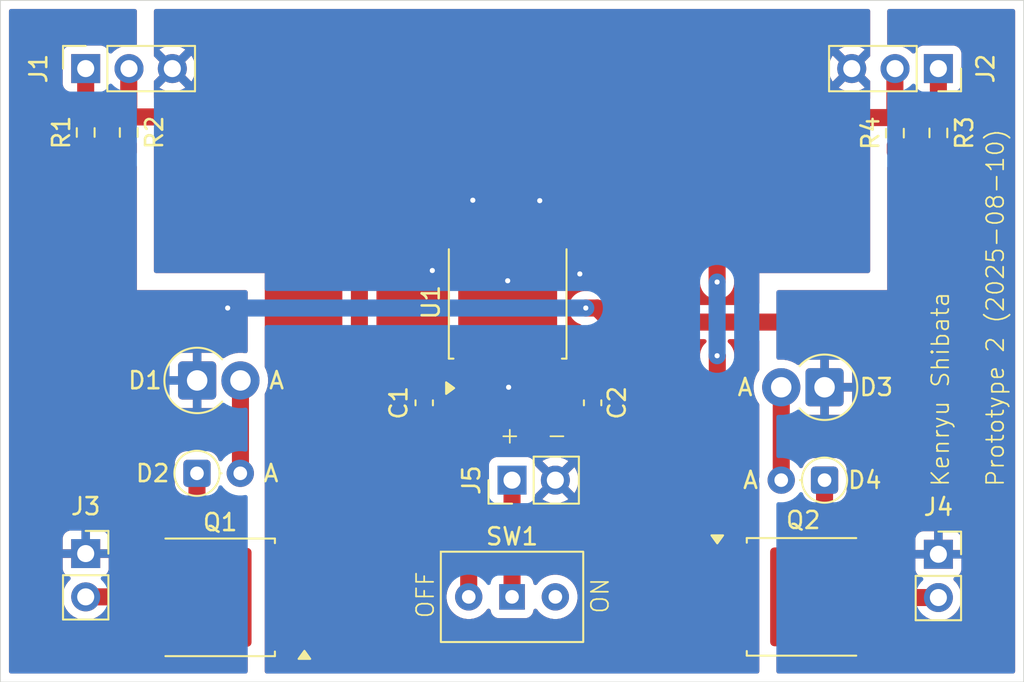
<source format=kicad_pcb>
(kicad_pcb (version 20241229) (generator "pcbnew") (generator_version "9.0")
  (layers (0 "F.Cu" signal) (2 "B.Cu" signal) (13 "F.Paste" user) (15 "B.Paste" user) (5 "F.SilkS" user "F.Silkscreen") (7 "B.SilkS" user "B.Silkscreen") (1 "F.Mask" user) (3 "B.Mask" user) (25 "Edge.Cuts" user))
  (net 0 "")
  (net 1 "Net-(D1-A)")
  (net 2 "+5V")
  (net 3 "Net-(D2-K)")
  (net 4 "Net-(J5-Pin_1)")
  (net 5 "Vin_left")
  (net 6 "Vin_right")
  (net 7 "+9V")
  (net 8 "out_left")
  (net 9 "out_right")
  (net 10 "GND")
  (net 11 "Net-(D3-A)")
  (net 12 "Net-(D4-K)")
  (footprint "Resistor_SMD:R_0603_1608Metric_Pad0.98x0.95mm_HandSolder" (layer "F.Cu") (at 5 7.75 90)
    (property "Reference" "R1" (at 0 -1.43 90) (layer "F.SilkS"))
    (property "Value" "75" (hide yes))
    (fp_line (start -0.254724 -0.5225) (end 0.254724 -0.5225) (stroke (width 0.12)) (layer "F.SilkS"))
    (fp_line (start -0.254724 0.5225) (end 0.254724 0.5225) (stroke (width 0.12)) (layer "F.SilkS"))
    (pad "1" smd roundrect (at -0.9125 0 90) (size 0.975 0.95) (layers "F.Cu" "F.Mask" "F.Paste") (net 2 "+5V"))
    (pad "2" smd roundrect (at 0.9125 0 90) (size 0.975 0.95) (layers "F.Cu" "F.Mask" "F.Paste") (net 5 "Vin_left"))
  )
  (footprint "Connector_PinSocket_2.54mm:PinSocket_1x03_P2.54mm_Vertical" (layer "F.Cu") (at 55 4 -90)
    (property "Reference" "J2" (at 0 -2.77 90) (layer "F.SilkS"))
    (property "Value" "Right")
    (fp_line (start -1.33 6.41) (end 1.33 6.41) (stroke (width 0.12)) (layer "F.SilkS"))
    (fp_line (start -1.33 1.27) (end -1.33 6.41) (stroke (width 0.12)) (layer "F.SilkS"))
    (fp_line (start -1.33 1.27) (end 1.33 1.27) (stroke (width 0.12)) (layer "F.SilkS"))
    (fp_line (start 1.33 1.27) (end 1.33 6.41) (stroke (width 0.12)) (layer "F.SilkS"))
    (fp_line (start 0 -1.33) (end 1.33 -1.33) (stroke (width 0.12)) (layer "F.SilkS"))
    (fp_line (start 1.33 -1.33) (end 1.33 0) (stroke (width 0.12)) (layer "F.SilkS"))
    (pad "1" thru_hole rect (at 0 0 270) (size 1.7 1.7) (drill 1) (layers "*.Cu" "*.Mask") (net 6 "Vin_right"))
    (pad "2" thru_hole circle (at 0 2.54 270) (size 1.7 1.7) (drill 1) (layers "*.Cu" "*.Mask") (net 9 "out_right"))
    (pad "3" thru_hole circle (at 0 5.08 270) (size 1.7 1.7) (drill 1) (layers "*.Cu" "*.Mask") (net 10 "GND"))
  )
  (footprint "Diode_THT:D_DO-35_SOD27_P2.54mm_Vertical_AnodeUp" (layer "F.Cu") (at 11.525 27.75)
    (property "Reference" "D2" (at -2.6 0 0) (layer "F.SilkS"))
    (property "Value" "D_Zener" (hide yes))
    (fp_line (start 1.326371 0) (end 1.44 0) (stroke (width 0.12)) (layer "F.SilkS"))
    (fp_circle (center 0 0) (end 1.326371 0) (stroke (width 0.12)) (fill no) (layer "F.SilkS"))
    (fp_text user "A" (at 4.34 0 0) (layer "F.SilkS"))
    (pad "1" thru_hole roundrect (at 0 0) (size 1.6 1.6) (drill 0.8) (layers "*.Cu" "*.Mask") (roundrect_rratio 0.15625) (net 3 "Net-(D2-K)"))
    (pad "2" thru_hole circle (at 2.54 0) (size 1.6 1.6) (drill 0.8) (layers "*.Cu" "*.Mask") (net 1 "Net-(D1-A)"))
  )
  (footprint "Connector_PinSocket_2.54mm:PinSocket_1x03_P2.54mm_Vertical" (layer "F.Cu") (at 5 4 90)
    (property "Reference" "J1" (at 0 -2.77 90) (layer "F.SilkS"))
    (property "Value" "Left")
    (fp_line (start 1.33 -1.33) (end 1.33 0) (stroke (width 0.12)) (layer "F.SilkS"))
    (fp_line (start 0 -1.33) (end 1.33 -1.33) (stroke (width 0.12)) (layer "F.SilkS"))
    (fp_line (start 1.33 1.27) (end 1.33 6.41) (stroke (width 0.12)) (layer "F.SilkS"))
    (fp_line (start -1.33 1.27) (end 1.33 1.27) (stroke (width 0.12)) (layer "F.SilkS"))
    (fp_line (start -1.33 1.27) (end -1.33 6.41) (stroke (width 0.12)) (layer "F.SilkS"))
    (fp_line (start -1.33 6.41) (end 1.33 6.41) (stroke (width 0.12)) (layer "F.SilkS"))
    (pad "1" thru_hole rect (at 0 0 90) (size 1.7 1.7) (drill 1) (layers "*.Cu" "*.Mask") (net 5 "Vin_left"))
    (pad "2" thru_hole circle (at 0 2.54 90) (size 1.7 1.7) (drill 1) (layers "*.Cu" "*.Mask") (net 8 "out_left"))
    (pad "3" thru_hole circle (at 0 5.08 90) (size 1.7 1.7) (drill 1) (layers "*.Cu" "*.Mask") (net 10 "GND"))
  )
  (footprint "Connector_PinHeader_2.54mm:PinHeader_1x02_P2.54mm_Vertical" (layer "F.Cu") (at 30 28.15 90)
    (property "Reference" "J5" (at 0 -2.38 90) (layer "F.SilkS"))
    (property "Value" "PWR")
    (fp_line (start -1.38 -1.38) (end 0 -1.38) (stroke (width 0.12)) (layer "F.SilkS"))
    (fp_line (start -1.38 0) (end -1.38 -1.38) (stroke (width 0.12)) (layer "F.SilkS"))
    (fp_line (start 1.38 1.27) (end 1.38 3.92) (stroke (width 0.12)) (layer "F.SilkS"))
    (fp_line (start -1.38 1.27) (end 1.38 1.27) (stroke (width 0.12)) (layer "F.SilkS"))
    (fp_line (start -1.38 1.27) (end -1.38 3.92) (stroke (width 0.12)) (layer "F.SilkS"))
    (fp_line (start -1.38 3.92) (end 1.38 3.92) (stroke (width 0.12)) (layer "F.SilkS"))
    (pad "1" thru_hole rect (at 0 0 90) (size 1.7 1.7) (drill 1) (layers "*.Cu" "*.Mask") (net 4 "Net-(J5-Pin_1)"))
    (pad "2" thru_hole circle (at 0 2.54 90) (size 1.7 1.7) (drill 1) (layers "*.Cu" "*.Mask") (net 10 "GND"))
  )
  (footprint "Connector_PinSocket_2.54mm:PinSocket_1x02_P2.54mm_Vertical" (layer "F.Cu") (at 55 32.5)
    (property "Reference" "J4" (at 0 -2.77 0) (layer "F.SilkS"))
    (property "Value" "ML")
    (fp_line (start -1.33 1.27) (end -1.33 3.87) (stroke (width 0.12)) (layer "F.SilkS"))
    (fp_line (start -1.33 1.27) (end 1.33 1.27) (stroke (width 0.12)) (layer "F.SilkS"))
    (fp_line (start -1.33 3.87) (end 1.33 3.87) (stroke (width 0.12)) (layer "F.SilkS"))
    (fp_line (start 0 -1.33) (end 1.33 -1.33) (stroke (width 0.12)) (layer "F.SilkS"))
    (fp_line (start 1.33 -1.33) (end 1.33 0) (stroke (width 0.12)) (layer "F.SilkS"))
    (fp_line (start 1.33 1.27) (end 1.33 3.87) (stroke (width 0.12)) (layer "F.SilkS"))
    (pad "1" thru_hole rect (at 0 0) (size 1.7 1.7) (drill 1) (layers "*.Cu" "*.Mask") (net 2 "+5V"))
    (pad "2" thru_hole circle (at 0 2.54) (size 1.7 1.7) (drill 1) (layers "*.Cu" "*.Mask") (net 12 "Net-(D4-K)"))
  )
  (footprint "Diode_THT:D_DO-15_P2.54mm_Vertical_AnodeUp" (layer "F.Cu") (at 11.535 22.3)
    (property "Reference" "D1" (at -3.06 0 0) (layer "F.SilkS"))
    (property "Value" "D" (hide yes))
    (fp_arc (start 1.465879 1.24) (mid -1.92 0) (end 1.465879 -1.24) (stroke (width 0.12)) (layer "F.SilkS"))
    (fp_text user "A" (at 4.66 0 0) (layer "F.SilkS"))
    (pad "1" thru_hole roundrect (at 0 0) (size 2.24 2.24) (drill 1.2) (layers "*.Cu" "*.Mask") (roundrect_rratio 0.111607) (net 2 "+5V"))
    (pad "2" thru_hole circle (at 2.54 0) (size 2.24 2.24) (drill 1.2) (layers "*.Cu" "*.Mask") (net 1 "Net-(D1-A)"))
  )
  (footprint "Library:SW_Slide-03_2MS1-T1-B4-M2-Q-E_P2.54mm" (layer "F.Cu") (at 30 35)
    (property "Reference" "SW1" (at 0 -3.54 0) (layer "F.SilkS"))
    (property "Value" "SW_SPDT" (hide yes))
    (fp_rect (start -4.175 -2.65) (end 4.175 2.65) (stroke (width 0.12)) (fill no) (layer "F.SilkS"))
    (pad "1" thru_hole rect (at 0 0) (size 1.5 1.5) (drill 0.8) (layers "*.Cu" "*.Mask") (net 4 "Net-(J5-Pin_1)"))
    (pad "2" thru_hole circle (at -2.54 0) (size 1.6 1.6) (drill 0.8) (layers "*.Cu" "*.Mask") (net 7 "+9V"))
    (pad "3" thru_hole circle (at 2.54 0) (size 1.6 1.6) (drill 0.8) (layers "*.Cu" "*.Mask"))
  )
  (footprint "Diode_THT:D_DO-15_P2.54mm_Vertical_AnodeUp" (layer "F.Cu") (at 48.325685 22.7 180)
    (property "Reference" "D3" (at -3.034315 0 0) (layer "F.SilkS"))
    (property "Value" "D" (hide yes))
    (fp_arc (start 1.465879 1.24) (mid -1.92 0) (end 1.465879 -1.24) (stroke (width 0.12)) (layer "F.SilkS"))
    (fp_text user "A" (at 4.66 0 0) (layer "F.SilkS"))
    (pad "1" thru_hole roundrect (at 0 0 180) (size 2.24 2.24) (drill 1.2) (layers "*.Cu" "*.Mask") (roundrect_rratio 0.111607) (net 2 "+5V"))
    (pad "2" thru_hole circle (at 2.54 0 180) (size 2.24 2.24) (drill 1.2) (layers "*.Cu" "*.Mask") (net 11 "Net-(D3-A)"))
  )
  (footprint "Package_TO_SOT_SMD:TO-252-2" (layer "F.Cu") (at 47.075 35)
    (property "Reference" "Q2" (at 0 -4.5 0) (layer "F.SilkS"))
    (property "Value" "MTB7D0N06RJ3" (hide yes))
    (fp_line (start -3.31 -3.45) (end -3.31 -3.18) (stroke (width 0.12)) (layer "F.SilkS"))
    (fp_line (start -3.31 3.45) (end -3.31 3.18) (stroke (width 0.12)) (layer "F.SilkS"))
    (fp_line (start 3.11 -3.45) (end -3.31 -3.45) (stroke (width 0.12)) (layer "F.SilkS"))
    (fp_line (start 3.11 3.45) (end -3.31 3.45) (stroke (width 0.12)) (layer "F.SilkS"))
    (fp_poly (pts (xy -5.04 -3.14) (xy -5.38 -3.61) (xy -4.7 -3.61)) (stroke (width 0.12)) (fill yes) (layer "F.SilkS"))
    (pad "1" smd roundrect (at -5.04 -2.28) (size 2.2 1.2) (layers "F.Cu" "F.Mask" "F.Paste") (roundrect_rratio 0.208333) (net 9 "out_right"))
    (pad "2" smd roundrect (at 1.26 0) (size 6.4 5.8) (layers "F.Cu" "F.Mask") (roundrect_rratio 0.043103) (net 12 "Net-(D4-K)"))
    (pad "3" smd roundrect (at -5.04 2.28) (size 2.2 1.2) (layers "F.Cu" "F.Mask" "F.Paste") (roundrect_rratio 0.208333) (net 10 "GND"))
  )
  (footprint "Capacitor_SMD:C_0603_1608Metric_Pad1.08x0.95mm_HandSolder" (layer "F.Cu") (at 34.725 23.6125 -90)
    (property "Reference" "C2" (at 0 -1.43 90) (layer "F.SilkS"))
    (property "Value" "0.1uF" (hide yes))
    (fp_line (start -0.146267 0.51) (end 0.146267 0.51) (stroke (width 0.12)) (layer "F.SilkS"))
    (fp_line (start -0.146267 -0.51) (end 0.146267 -0.51) (stroke (width 0.12)) (layer "F.SilkS"))
    (pad "1" smd roundrect (at -0.8625 0 270) (size 1.075 0.95) (layers "F.Cu" "F.Mask" "F.Paste") (net 2 "+5V"))
    (pad "2" smd roundrect (at 0.8625 0 270) (size 1.075 0.95) (layers "F.Cu" "F.Mask" "F.Paste") (net 10 "GND"))
  )
  (footprint "Connector_PinSocket_2.54mm:PinSocket_1x02_P2.54mm_Vertical" (layer "F.Cu") (at 5 32.46)
    (property "Reference" "J3" (at 0 -2.77 0) (layer "F.SilkS"))
    (property "Value" "MR")
    (fp_line (start -1.33 1.27) (end -1.33 3.87) (stroke (width 0.12)) (layer "F.SilkS"))
    (fp_line (start -1.33 1.27) (end 1.33 1.27) (stroke (width 0.12)) (layer "F.SilkS"))
    (fp_line (start -1.33 3.87) (end 1.33 3.87) (stroke (width 0.12)) (layer "F.SilkS"))
    (fp_line (start 0 -1.33) (end 1.33 -1.33) (stroke (width 0.12)) (layer "F.SilkS"))
    (fp_line (start 1.33 -1.33) (end 1.33 0) (stroke (width 0.12)) (layer "F.SilkS"))
    (fp_line (start 1.33 1.27) (end 1.33 3.87) (stroke (width 0.12)) (layer "F.SilkS"))
    (pad "1" thru_hole rect (at 0 0) (size 1.7 1.7) (drill 1) (layers "*.Cu" "*.Mask") (net 2 "+5V"))
    (pad "2" thru_hole circle (at 0 2.54) (size 1.7 1.7) (drill 1) (layers "*.Cu" "*.Mask") (net 3 "Net-(D2-K)"))
  )
  (footprint "Package_TO_SOT_SMD:TO-252-2" (layer "F.Cu") (at 29.745 17.71 90)
    (property "Reference" "U1" (at 0 -4.5 90) (layer "F.SilkS"))
    (property "Value" "LM78M05_TO252" (hide yes))
    (fp_line (start 3.11 -3.45) (end -3.31 -3.45) (stroke (width 0.12)) (layer "F.SilkS"))
    (fp_line (start -3.31 -3.45) (end -3.31 -3.18) (stroke (width 0.12)) (layer "F.SilkS"))
    (fp_line (start 3.11 3.45) (end -3.31 3.45) (stroke (width 0.12)) (layer "F.SilkS"))
    (fp_line (start -3.31 3.45) (end -3.31 3.18) (stroke (width 0.12)) (layer "F.SilkS"))
    (fp_poly (pts (xy -5.04 -3.14) (xy -5.38 -3.61) (xy -4.7 -3.61)) (stroke (width 0.12)) (fill yes) (layer "F.SilkS"))
    (pad "1" smd roundrect (at -5.04 -2.28 90) (size 2.2 1.2) (layers "F.Cu" "F.Mask" "F.Paste") (roundrect_rratio 0.208333) (net 7 "+9V"))
    (pad "2" smd roundrect (at 1.26 0 90) (size 6.4 5.8) (layers "F.Cu" "F.Mask") (roundrect_rratio 0.043103) (net 10 "GND"))
    (pad "3" smd roundrect (at -5.04 2.28 90) (size 2.2 1.2) (layers "F.Cu" "F.Mask" "F.Paste") (roundrect_rratio 0.208333) (net 2 "+5V"))
  )
  (footprint "Resistor_SMD:R_0603_1608Metric_Pad0.98x0.95mm_HandSolder" (layer "F.Cu") (at 55 7.775 90)
    (property "Reference" "R3" (at 0 1.525 90) (layer "F.SilkS"))
    (property "Value" "75" (hide yes))
    (fp_line (start -0.254724 -0.5225) (end 0.254724 -0.5225) (stroke (width 0.12)) (layer "F.SilkS"))
    (fp_line (start -0.254724 0.5225) (end 0.254724 0.5225) (stroke (width 0.12)) (layer "F.SilkS"))
    (pad "1" smd roundrect (at -0.9125 0 90) (size 0.975 0.95) (layers "F.Cu" "F.Mask" "F.Paste") (net 2 "+5V"))
    (pad "2" smd roundrect (at 0.9125 0 90) (size 0.975 0.95) (layers "F.Cu" "F.Mask" "F.Paste") (net 6 "Vin_right"))
  )
  (footprint "Diode_THT:D_DO-35_SOD27_P2.54mm_Vertical_AnodeUp" (layer "F.Cu") (at 48.325 28.15 180)
    (property "Reference" "D4" (at -2.36 0 0) (layer "F.SilkS"))
    (property "Value" "D_Zener" (hide yes))
    (fp_line (start 1.326371 0) (end 1.44 0) (stroke (width 0.12)) (layer "F.SilkS"))
    (fp_circle (center 0 0) (end 1.326371 0) (stroke (width 0.12)) (fill no) (layer "F.SilkS"))
    (fp_text user "A" (at 4.34 0 0) (layer "F.SilkS"))
    (pad "1" thru_hole roundrect (at 0 0 180) (size 1.6 1.6) (drill 0.8) (layers "*.Cu" "*.Mask") (roundrect_rratio 0.15625) (net 12 "Net-(D4-K)"))
    (pad "2" thru_hole circle (at 2.54 0 180) (size 1.6 1.6) (drill 0.8) (layers "*.Cu" "*.Mask") (net 11 "Net-(D3-A)"))
  )
  (footprint "Package_TO_SOT_SMD:TO-252-2" (layer "F.Cu") (at 12.785 35.0275 180)
    (property "Reference" "Q1" (at -0.1 4.4025 0) (layer "F.SilkS"))
    (property "Value" "MTB7D0N06RJ3" (hide yes))
    (fp_line (start 3.11 3.45) (end -3.31 3.45) (stroke (width 0.12)) (layer "F.SilkS"))
    (fp_line (start 3.11 -3.45) (end -3.31 -3.45) (stroke (width 0.12)) (layer "F.SilkS"))
    (fp_line (start -3.31 3.45) (end -3.31 3.18) (stroke (width 0.12)) (layer "F.SilkS"))
    (fp_line (start -3.31 -3.45) (end -3.31 -3.18) (stroke (width 0.12)) (layer "F.SilkS"))
    (fp_poly (pts (xy -5.04 -3.14) (xy -5.38 -3.61) (xy -4.7 -3.61)) (stroke (width 0.12)) (fill yes) (layer "F.SilkS"))
    (pad "1" smd roundrect (at -5.04 -2.28 180) (size 2.2 1.2) (layers "F.Cu" "F.Mask" "F.Paste") (roundrect_rratio 0.208333) (net 8 "out_left"))
    (pad "2" smd roundrect (at 1.26 0 180) (size 6.4 5.8) (layers "F.Cu" "F.Mask") (roundrect_rratio 0.043103) (net 3 "Net-(D2-K)"))
    (pad "3" smd roundrect (at -5.04 2.28 180) (size 2.2 1.2) (layers "F.Cu" "F.Mask" "F.Paste") (roundrect_rratio 0.208333) (net 10 "GND"))
  )
  (footprint "Resistor_SMD:R_0603_1608Metric_Pad0.98x0.95mm_HandSolder" (layer "F.Cu") (at 52.45 7.7875 90)
    (property "Reference" "R4" (at 0 -1.43 90) (layer "F.SilkS"))
    (property "Value" "910" (hide yes))
    (fp_line (start -0.254724 -0.5225) (end 0.254724 -0.5225) (stroke (width 0.12)) (layer "F.SilkS"))
    (fp_line (start -0.254724 0.5225) (end 0.254724 0.5225) (stroke (width 0.12)) (layer "F.SilkS"))
    (pad "1" smd roundrect (at -0.9125 0 90) (size 0.975 0.95) (layers "F.Cu" "F.Mask" "F.Paste") (net 2 "+5V"))
    (pad "2" smd roundrect (at 0.9125 0 90) (size 0.975 0.95) (layers "F.Cu" "F.Mask" "F.Paste") (net 9 "out_right"))
  )
  (footprint "Resistor_SMD:R_0603_1608Metric_Pad0.98x0.95mm_HandSolder" (layer "F.Cu") (at 7.525 7.75 90)
    (property "Reference" "R2" (at 0 1.5 90) (layer "F.SilkS"))
    (property "Value" "910" (hide yes))
    (fp_line (start -0.254724 -0.5225) (end 0.254724 -0.5225) (stroke (width 0.12)) (layer "F.SilkS"))
    (fp_line (start -0.254724 0.5225) (end 0.254724 0.5225) (stroke (width 0.12)) (layer "F.SilkS"))
    (pad "1" smd roundrect (at -0.9125 0 90) (size 0.975 0.95) (layers "F.Cu" "F.Mask" "F.Paste") (net 2 "+5V"))
    (pad "2" smd roundrect (at 0.9125 0 90) (size 0.975 0.95) (layers "F.Cu" "F.Mask" "F.Paste") (net 8 "out_left"))
  )
  (footprint "Capacitor_SMD:C_0603_1608Metric_Pad1.08x0.95mm_HandSolder" (layer "F.Cu") (at 24.85 23.6125 -90)
    (property "Reference" "C1" (at 0 1.5 90) (layer "F.SilkS"))
    (property "Value" "0.33uF" (hide yes))
    (fp_line (start -0.146267 0.51) (end 0.146267 0.51) (stroke (width 0.12)) (layer "F.SilkS"))
    (fp_line (start -0.146267 -0.51) (end 0.146267 -0.51) (stroke (width 0.12)) (layer "F.SilkS"))
    (pad "1" smd roundrect (at -0.8625 0 270) (size 1.075 0.95) (layers "F.Cu" "F.Mask" "F.Paste") (net 7 "+9V"))
    (pad "2" smd roundrect (at 0.8625 0 270) (size 1.075 0.95) (layers "F.Cu" "F.Mask" "F.Paste") (net 10 "GND"))
  )
  (gr_rect (start 0 0) (end 60 40) (stroke (width 0.05)) (fill no) (layer "Edge.Cuts"))
  (gr_text "+  -" (at 31.25 25.5 0) (layer "F.SilkS") (effects (font (size 1 1) (thickness 0.1))))
  (gr_text "Kenryu Shibata\n\nPrototype 2 (2025-08-10)" (at 58.925 28.6 90) (layer "F.SilkS") (effects (font (size 1 1) (thickness 0.1)) (justify left bottom)))
  (gr_text "ON" (at 35.75 36.05 90) (layer "F.SilkS") (effects (font (size 1 1) (thickness 0.1)) (justify left bottom)))
  (gr_text "OFF" (at 25.5 36.325 90) (layer "F.SilkS") (effects (font (size 1 1) (thickness 0.1)) (justify left bottom)))
  (segment (start 14.075 22.3) (end 14.075 27.74) (width 1) (layer "F.Cu") (net 1))
  (segment (start 14.075 27.74) (end 14.065 27.75) (width 1) (layer "F.Cu") (net 1))
  (segment (start 34.725 19.95) (end 35.8 18.875) (width 1) (layer "F.Cu") (net 2))
  (segment (start 34.725 22.75) (end 34.725 19.95) (width 1) (layer "F.Cu") (net 2))
  (segment (start 35.8 18.875) (end 46.925 18.875) (width 1) (layer "F.Cu") (net 2))
  (segment (start 35.8 18.875) (end 35.8 18.85) (width 1) (layer "F.Cu") (net 2))
  (segment (start 32.025 22.75) (end 34.725 22.75) (width 1) (layer "F.Cu") (net 2))
  (segment (start 35.8 18.85) (end 35 18.05) (width 1) (layer "F.Cu") (net 2))
  (segment (start 35 18.05) (end 34.325 18.05) (width 1) (layer "F.Cu") (net 2))
  (via (at 13.325 18.05) (size 0.6) (drill 0.3) (layers "F.Cu" "B.Cu") (net 2))
  (via (at 34.325 18.05) (size 0.6) (drill 0.3) (layers "F.Cu" "B.Cu") (net 2))
  (segment (start 34.325 18.05) (end 13.325 18.05) (width 1) (layer "B.Cu") (net 2))
  (segment (start 11.4975 35) (end 11.525 35.0275) (width 1) (layer "F.Cu") (net 3))
  (segment (start 5 35) (end 11.4975 35) (width 1) (layer "F.Cu") (net 3))
  (segment (start 11.525 27.75) (end 11.525 35.0275) (width 1) (layer "F.Cu") (net 3))
  (segment (start 30 35) (end 30 28.15) (width 1) (layer "F.Cu") (net 4))
  (segment (start 5 6.8375) (end 5 4) (width 1) (layer "F.Cu") (net 5))
  (segment (start 55 6.8625) (end 55 4) (width 1) (layer "F.Cu") (net 6))
  (segment (start 27.46 35) (end 27.46 22.755) (width 1) (layer "F.Cu") (net 7))
  (segment (start 27.465 22.75) (end 24.85 22.75) (width 1) (layer "F.Cu") (net 7))
  (segment (start 27.46 22.755) (end 27.465 22.75) (width 1) (layer "F.Cu") (net 7))
  (segment (start 18.1625 6.8375) (end 7.525 6.8375) (width 1) (layer "F.Cu") (net 8))
  (segment (start 21.05 34.0825) (end 21.05 9.725) (width 1) (layer "F.Cu") (net 8))
  (segment (start 17.825 37.3075) (end 21.05 34.0825) (width 1) (layer "F.Cu") (net 8))
  (segment (start 7.525 6.8375) (end 7.525 4.015) (width 1) (layer "F.Cu") (net 8))
  (segment (start 7.525 4.015) (end 7.54 4) (width 1) (layer "F.Cu") (net 8))
  (segment (start 21.05 9.725) (end 18.1625 6.8375) (width 1) (layer "F.Cu") (net 8))
  (segment (start 52.45 4.01) (end 52.46 4) (width 1) (layer "F.Cu") (net 9))
  (segment (start 42.025 16.525) (end 42.025 10.025) (width 1) (layer "F.Cu") (net 9))
  (segment (start 42.025 10.025) (end 45.175 6.875) (width 1) (layer "F.Cu") (net 9))
  (segment (start 52.45 6.875) (end 52.45 4.01) (width 1) (layer "F.Cu") (net 9))
  (segment (start 42.035 32.72) (end 42.035 20.86) (width 1) (layer "F.Cu") (net 9))
  (segment (start 45.175 6.875) (end 52.45 6.875) (width 1) (layer "F.Cu") (net 9))
  (segment (start 42.035 20.86) (end 42.025 20.85) (width 1) (layer "F.Cu") (net 9))
  (via (at 42.025 20.85) (size 0.6) (drill 0.3) (layers "F.Cu" "B.Cu") (net 9))
  (via (at 42.025 16.525) (size 0.6) (drill 0.3) (layers "F.Cu" "B.Cu") (net 9))
  (segment (start 42.025 20.85) (end 42.025 16.525) (width 1) (layer "B.Cu") (net 9))
  (via (at 29.745 16.45) (size 0.6) (drill 0.3) (layers "F.Cu" "B.Cu") (net 10))
  (via (at 29.8 22.7) (size 0.6) (drill 0.3) (layers "F.Cu" "B.Cu") (net 10))
  (via (at 33.975 16.05) (size 0.6) (drill 0.3) (layers "F.Cu" "B.Cu") (net 10))
  (via (at 31.625 11.75) (size 0.6) (drill 0.3) (layers "F.Cu" "B.Cu") (net 10))
  (via (at 27.7 11.725) (size 0.6) (drill 0.3) (layers "F.Cu" "B.Cu") (net 10))
  (via (at 25.325 15.85) (size 0.6) (drill 0.3) (layers "F.Cu" "B.Cu") (net 10))
  (segment (start 45.785685 28.149315) (end 45.785 28.15) (width 1) (layer "F.Cu") (net 11))
  (segment (start 45.785685 22.7) (end 45.785685 28.149315) (width 1) (layer "F.Cu") (net 11))
  (segment (start 48.375 35.04) (end 48.335 35) (width 1) (layer "F.Cu") (net 12))
  (segment (start 55 35.04) (end 48.375 35.04) (width 1) (layer "F.Cu") (net 12))
  (segment (start 48.325 34.99) (end 48.335 35) (width 1) (layer "F.Cu") (net 12))
  (segment (start 48.325 28.15) (end 48.325 34.99) (width 1) (layer "F.Cu") (net 12))
  (zone (net 2) (net_name "+5V") (layers "F.Cu" "B.Cu") (priority 2) (connect_pads (clearance 0.5)) (min_thickness 0.25) (fill yes (thermal_gap 0.5) (thermal_bridge_width 0.5))
    (polygon (pts (xy 60 0) (xy 52 0) (xy 52 17) (xy 45.5 17) (xy 45.5 40) (xy 60 40)))
  )
  (zone (net 2) (net_name "+5V") (layers "F.Cu" "B.Cu") (priority 1) (connect_pads (clearance 0.5)) (min_thickness 0.25) (fill yes (thermal_gap 0.5) (thermal_bridge_width 0.5))
    (polygon (pts (xy 0 0) (xy 0 40) (xy 14.5 40) (xy 14.5 17) (xy 8 17) (xy 8 0)))
  )
  (zone (net 10) (net_name "GND") (layers "F.Cu" "B.Cu") (connect_pads (clearance 0.5)) (min_thickness 0.25) (fill yes (thermal_gap 0.5) (thermal_bridge_width 0.5))
    (polygon (pts (xy 9 0) (xy 9 16) (xy 15.5 16) (xy 15.5 40) (xy 44.5 40) (xy 44.5 16) (xy 51 16) (xy 51 0)))
  )
)
</source>
